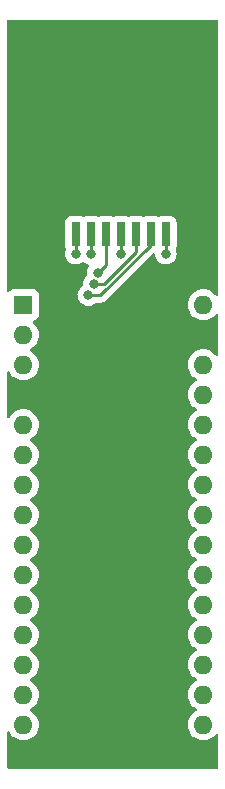
<source format=gbr>
%TF.GenerationSoftware,KiCad,Pcbnew,(6.0.11)*%
%TF.CreationDate,2023-02-11T15:14:04+01:00*%
%TF.ProjectId,gateway-nano-E01-ml01sp4,67617465-7761-4792-9d6e-616e6f2d4530,rev?*%
%TF.SameCoordinates,Original*%
%TF.FileFunction,Copper,L1,Top*%
%TF.FilePolarity,Positive*%
%FSLAX46Y46*%
G04 Gerber Fmt 4.6, Leading zero omitted, Abs format (unit mm)*
G04 Created by KiCad (PCBNEW (6.0.11)) date 2023-02-11 15:14:04*
%MOMM*%
%LPD*%
G01*
G04 APERTURE LIST*
%TA.AperFunction,SMDPad,CuDef*%
%ADD10R,0.800000X2.000000*%
%TD*%
%TA.AperFunction,SMDPad,CuDef*%
%ADD11C,1.500000*%
%TD*%
%TA.AperFunction,ComponentPad*%
%ADD12R,1.600000X1.600000*%
%TD*%
%TA.AperFunction,ComponentPad*%
%ADD13O,1.600000X1.600000*%
%TD*%
%TA.AperFunction,ViaPad*%
%ADD14C,0.800000*%
%TD*%
%TA.AperFunction,Conductor*%
%ADD15C,0.250000*%
%TD*%
G04 APERTURE END LIST*
D10*
%TO.P,U1,1,VCC*%
%TO.N,V3.3CC*%
X126999214Y-80371336D03*
%TO.P,U1,2,CE*%
%TO.N,ce-e01*%
X125729214Y-80371336D03*
%TO.P,U1,3,CSN*%
%TO.N,csn-e01*%
X124459214Y-80371336D03*
%TO.P,U1,4,SCK*%
%TO.N,sck-e01*%
X123189214Y-80371336D03*
%TO.P,U1,5,MOSI*%
%TO.N,mosi-e01*%
X121919214Y-80371336D03*
%TO.P,U1,6,MISO*%
%TO.N,miso*%
X120649214Y-80371336D03*
%TO.P,U1,7,IRQ*%
%TO.N,irq*%
X119379214Y-80371336D03*
%TO.P,U1,8,GND*%
%TO.N,GND*%
X118109214Y-80371336D03*
D11*
%TO.P,U1,9,GND*%
X115372425Y-67379410D03*
%TO.P,U1,10,GND*%
X129808815Y-67387233D03*
%TD*%
D12*
%TO.P,A1,1,D1/TX*%
%TO.N,unconnected-(A1-Pad1)*%
X114935000Y-86360000D03*
D13*
%TO.P,A1,2,D0/RX*%
%TO.N,unconnected-(A1-Pad2)*%
X114935000Y-88900000D03*
%TO.P,A1,3,~{RESET}*%
%TO.N,unconnected-(A1-Pad3)*%
X114935000Y-91440000D03*
%TO.P,A1,4,GND*%
%TO.N,GND*%
X114935000Y-93980000D03*
%TO.P,A1,5,D2*%
%TO.N,irq*%
X114935000Y-96520000D03*
%TO.P,A1,6,D3*%
%TO.N,unconnected-(A1-Pad6)*%
X114935000Y-99060000D03*
%TO.P,A1,7,D4*%
%TO.N,unconnected-(A1-Pad7)*%
X114935000Y-101600000D03*
%TO.P,A1,8,D5*%
%TO.N,unconnected-(A1-Pad8)*%
X114935000Y-104140000D03*
%TO.P,A1,9,D6*%
%TO.N,unconnected-(A1-Pad9)*%
X114935000Y-106680000D03*
%TO.P,A1,10,D7*%
%TO.N,unconnected-(A1-Pad10)*%
X114935000Y-109220000D03*
%TO.P,A1,11,D8*%
%TO.N,unconnected-(A1-Pad11)*%
X114935000Y-111760000D03*
%TO.P,A1,12,D9*%
%TO.N,ce-nano*%
X114935000Y-114300000D03*
%TO.P,A1,13,D10*%
%TO.N,csn-nano*%
X114935000Y-116840000D03*
%TO.P,A1,14,D11*%
%TO.N,mosi-nano*%
X114935000Y-119380000D03*
%TO.P,A1,15,D12*%
%TO.N,miso*%
X114935000Y-121920000D03*
%TO.P,A1,16,D13*%
%TO.N,sck-nano*%
X130175000Y-121920000D03*
%TO.P,A1,17,3V3*%
%TO.N,V3.3CC*%
X130175000Y-119380000D03*
%TO.P,A1,18,AREF*%
%TO.N,unconnected-(A1-Pad18)*%
X130175000Y-116840000D03*
%TO.P,A1,19,A0*%
%TO.N,unconnected-(A1-Pad19)*%
X130175000Y-114300000D03*
%TO.P,A1,20,A1*%
%TO.N,unconnected-(A1-Pad20)*%
X130175000Y-111760000D03*
%TO.P,A1,21,A2*%
%TO.N,unconnected-(A1-Pad21)*%
X130175000Y-109220000D03*
%TO.P,A1,22,A3*%
%TO.N,unconnected-(A1-Pad22)*%
X130175000Y-106680000D03*
%TO.P,A1,23,A4*%
%TO.N,unconnected-(A1-Pad23)*%
X130175000Y-104140000D03*
%TO.P,A1,24,A5*%
%TO.N,unconnected-(A1-Pad24)*%
X130175000Y-101600000D03*
%TO.P,A1,25,A6*%
%TO.N,unconnected-(A1-Pad25)*%
X130175000Y-99060000D03*
%TO.P,A1,26,A7*%
%TO.N,unconnected-(A1-Pad26)*%
X130175000Y-96520000D03*
%TO.P,A1,27,+5V*%
%TO.N,V5CC*%
X130175000Y-93980000D03*
%TO.P,A1,28,~{RESET}*%
%TO.N,unconnected-(A1-Pad28)*%
X130175000Y-91440000D03*
%TO.P,A1,29,GND*%
%TO.N,GND*%
X130175000Y-88900000D03*
%TO.P,A1,30,VIN*%
%TO.N,unconnected-(A1-Pad30)*%
X130175000Y-86360000D03*
%TD*%
D14*
%TO.N,GND*%
X124563500Y-118110000D03*
X124500000Y-110617000D03*
X130175000Y-83566000D03*
X124460000Y-114427000D03*
X120777000Y-121920000D03*
%TO.N,miso*%
X120649214Y-82041214D03*
%TO.N,V3.3CC*%
X126999214Y-82041214D03*
%TO.N,sck-e01*%
X123189214Y-82041214D03*
%TO.N,mosi-e01*%
X121241628Y-83658226D03*
%TO.N,csn-e01*%
X120883500Y-84611693D03*
%TO.N,ce-e01*%
X120433500Y-85544218D03*
%TO.N,irq*%
X119379214Y-82041214D03*
%TD*%
D15*
%TO.N,ce-e01*%
X120433500Y-85544218D02*
X121467178Y-85544218D01*
X125729214Y-81282182D02*
X125729214Y-80371336D01*
X121467178Y-85544218D02*
X125729214Y-81282182D01*
%TO.N,csn-e01*%
X120883500Y-84611693D02*
X121763307Y-84611693D01*
X121763307Y-84611693D02*
X124459214Y-81915786D01*
X124459214Y-81915786D02*
X124459214Y-80371336D01*
%TO.N,mosi-e01*%
X121919214Y-82980640D02*
X121919214Y-80371336D01*
X121241628Y-83658226D02*
X121919214Y-82980640D01*
%TO.N,irq*%
X119379214Y-82041214D02*
X119379214Y-80371336D01*
%TO.N,sck-e01*%
X123189214Y-82041214D02*
X123189214Y-80371336D01*
%TO.N,miso*%
X120649214Y-82041214D02*
X120649214Y-80371336D01*
%TO.N,V3.3CC*%
X126999214Y-82041214D02*
X126999214Y-80371336D01*
%TD*%
%TA.AperFunction,Conductor*%
%TO.N,GND*%
G36*
X131386621Y-62250502D02*
G01*
X131433114Y-62304158D01*
X131444500Y-62356500D01*
X131444500Y-85492113D01*
X131424498Y-85560234D01*
X131370842Y-85606727D01*
X131300568Y-85616831D01*
X131235988Y-85587337D01*
X131215287Y-85564384D01*
X131184357Y-85520211D01*
X131184355Y-85520208D01*
X131181198Y-85515700D01*
X131019300Y-85353802D01*
X131014792Y-85350645D01*
X131014789Y-85350643D01*
X130868882Y-85248478D01*
X130831749Y-85222477D01*
X130826767Y-85220154D01*
X130826762Y-85220151D01*
X130629225Y-85128039D01*
X130629224Y-85128039D01*
X130624243Y-85125716D01*
X130618935Y-85124294D01*
X130618933Y-85124293D01*
X130408402Y-85067881D01*
X130408400Y-85067881D01*
X130403087Y-85066457D01*
X130175000Y-85046502D01*
X129946913Y-85066457D01*
X129941600Y-85067881D01*
X129941598Y-85067881D01*
X129731067Y-85124293D01*
X129731065Y-85124294D01*
X129725757Y-85125716D01*
X129720776Y-85128039D01*
X129720775Y-85128039D01*
X129523238Y-85220151D01*
X129523233Y-85220154D01*
X129518251Y-85222477D01*
X129481118Y-85248478D01*
X129335211Y-85350643D01*
X129335208Y-85350645D01*
X129330700Y-85353802D01*
X129168802Y-85515700D01*
X129165645Y-85520208D01*
X129165643Y-85520211D01*
X129137619Y-85560234D01*
X129037477Y-85703251D01*
X129035154Y-85708233D01*
X129035151Y-85708238D01*
X129020143Y-85740424D01*
X128940716Y-85910757D01*
X128939294Y-85916065D01*
X128939293Y-85916067D01*
X128882881Y-86126598D01*
X128881457Y-86131913D01*
X128861502Y-86360000D01*
X128881457Y-86588087D01*
X128940716Y-86809243D01*
X128943039Y-86814224D01*
X128943039Y-86814225D01*
X129035151Y-87011762D01*
X129035154Y-87011767D01*
X129037477Y-87016749D01*
X129168802Y-87204300D01*
X129330700Y-87366198D01*
X129335208Y-87369355D01*
X129335211Y-87369357D01*
X129376542Y-87398297D01*
X129518251Y-87497523D01*
X129523233Y-87499846D01*
X129523238Y-87499849D01*
X129715716Y-87589602D01*
X129725757Y-87594284D01*
X129731065Y-87595706D01*
X129731067Y-87595707D01*
X129941598Y-87652119D01*
X129941600Y-87652119D01*
X129946913Y-87653543D01*
X130175000Y-87673498D01*
X130403087Y-87653543D01*
X130408400Y-87652119D01*
X130408402Y-87652119D01*
X130618933Y-87595707D01*
X130618935Y-87595706D01*
X130624243Y-87594284D01*
X130634284Y-87589602D01*
X130826762Y-87499849D01*
X130826767Y-87499846D01*
X130831749Y-87497523D01*
X130973458Y-87398297D01*
X131014789Y-87369357D01*
X131014792Y-87369355D01*
X131019300Y-87366198D01*
X131181198Y-87204300D01*
X131215287Y-87155616D01*
X131270744Y-87111288D01*
X131341364Y-87103979D01*
X131404724Y-87136010D01*
X131440709Y-87197211D01*
X131444500Y-87227887D01*
X131444500Y-90572113D01*
X131424498Y-90640234D01*
X131370842Y-90686727D01*
X131300568Y-90696831D01*
X131235988Y-90667337D01*
X131215287Y-90644384D01*
X131184357Y-90600211D01*
X131184355Y-90600208D01*
X131181198Y-90595700D01*
X131019300Y-90433802D01*
X131014792Y-90430645D01*
X131014789Y-90430643D01*
X130936611Y-90375902D01*
X130831749Y-90302477D01*
X130826767Y-90300154D01*
X130826762Y-90300151D01*
X130629225Y-90208039D01*
X130629224Y-90208039D01*
X130624243Y-90205716D01*
X130618935Y-90204294D01*
X130618933Y-90204293D01*
X130408402Y-90147881D01*
X130408400Y-90147881D01*
X130403087Y-90146457D01*
X130175000Y-90126502D01*
X129946913Y-90146457D01*
X129941600Y-90147881D01*
X129941598Y-90147881D01*
X129731067Y-90204293D01*
X129731065Y-90204294D01*
X129725757Y-90205716D01*
X129720776Y-90208039D01*
X129720775Y-90208039D01*
X129523238Y-90300151D01*
X129523233Y-90300154D01*
X129518251Y-90302477D01*
X129413389Y-90375902D01*
X129335211Y-90430643D01*
X129335208Y-90430645D01*
X129330700Y-90433802D01*
X129168802Y-90595700D01*
X129037477Y-90783251D01*
X129035154Y-90788233D01*
X129035151Y-90788238D01*
X128984273Y-90897348D01*
X128940716Y-90990757D01*
X128881457Y-91211913D01*
X128861502Y-91440000D01*
X128881457Y-91668087D01*
X128940716Y-91889243D01*
X128943039Y-91894224D01*
X128943039Y-91894225D01*
X129035151Y-92091762D01*
X129035154Y-92091767D01*
X129037477Y-92096749D01*
X129168802Y-92284300D01*
X129330700Y-92446198D01*
X129335208Y-92449355D01*
X129335211Y-92449357D01*
X129413389Y-92504098D01*
X129518251Y-92577523D01*
X129523233Y-92579846D01*
X129523238Y-92579849D01*
X129557457Y-92595805D01*
X129610742Y-92642722D01*
X129630203Y-92710999D01*
X129609661Y-92778959D01*
X129557457Y-92824195D01*
X129523238Y-92840151D01*
X129523233Y-92840154D01*
X129518251Y-92842477D01*
X129413389Y-92915902D01*
X129335211Y-92970643D01*
X129335208Y-92970645D01*
X129330700Y-92973802D01*
X129168802Y-93135700D01*
X129037477Y-93323251D01*
X129035154Y-93328233D01*
X129035151Y-93328238D01*
X128943039Y-93525775D01*
X128940716Y-93530757D01*
X128881457Y-93751913D01*
X128861502Y-93980000D01*
X128881457Y-94208087D01*
X128940716Y-94429243D01*
X128943039Y-94434224D01*
X128943039Y-94434225D01*
X129035151Y-94631762D01*
X129035154Y-94631767D01*
X129037477Y-94636749D01*
X129168802Y-94824300D01*
X129330700Y-94986198D01*
X129335208Y-94989355D01*
X129335211Y-94989357D01*
X129413389Y-95044098D01*
X129518251Y-95117523D01*
X129523233Y-95119846D01*
X129523238Y-95119849D01*
X129557457Y-95135805D01*
X129610742Y-95182722D01*
X129630203Y-95250999D01*
X129609661Y-95318959D01*
X129557457Y-95364195D01*
X129523238Y-95380151D01*
X129523233Y-95380154D01*
X129518251Y-95382477D01*
X129413389Y-95455902D01*
X129335211Y-95510643D01*
X129335208Y-95510645D01*
X129330700Y-95513802D01*
X129168802Y-95675700D01*
X129037477Y-95863251D01*
X129035154Y-95868233D01*
X129035151Y-95868238D01*
X128984273Y-95977348D01*
X128940716Y-96070757D01*
X128881457Y-96291913D01*
X128861502Y-96520000D01*
X128881457Y-96748087D01*
X128940716Y-96969243D01*
X128943039Y-96974224D01*
X128943039Y-96974225D01*
X129035151Y-97171762D01*
X129035154Y-97171767D01*
X129037477Y-97176749D01*
X129168802Y-97364300D01*
X129330700Y-97526198D01*
X129335208Y-97529355D01*
X129335211Y-97529357D01*
X129413389Y-97584098D01*
X129518251Y-97657523D01*
X129523233Y-97659846D01*
X129523238Y-97659849D01*
X129557457Y-97675805D01*
X129610742Y-97722722D01*
X129630203Y-97790999D01*
X129609661Y-97858959D01*
X129557457Y-97904195D01*
X129523238Y-97920151D01*
X129523233Y-97920154D01*
X129518251Y-97922477D01*
X129413389Y-97995902D01*
X129335211Y-98050643D01*
X129335208Y-98050645D01*
X129330700Y-98053802D01*
X129168802Y-98215700D01*
X129037477Y-98403251D01*
X129035154Y-98408233D01*
X129035151Y-98408238D01*
X128984273Y-98517348D01*
X128940716Y-98610757D01*
X128881457Y-98831913D01*
X128861502Y-99060000D01*
X128881457Y-99288087D01*
X128940716Y-99509243D01*
X128943039Y-99514224D01*
X128943039Y-99514225D01*
X129035151Y-99711762D01*
X129035154Y-99711767D01*
X129037477Y-99716749D01*
X129168802Y-99904300D01*
X129330700Y-100066198D01*
X129335208Y-100069355D01*
X129335211Y-100069357D01*
X129413389Y-100124098D01*
X129518251Y-100197523D01*
X129523233Y-100199846D01*
X129523238Y-100199849D01*
X129557457Y-100215805D01*
X129610742Y-100262722D01*
X129630203Y-100330999D01*
X129609661Y-100398959D01*
X129557457Y-100444195D01*
X129523238Y-100460151D01*
X129523233Y-100460154D01*
X129518251Y-100462477D01*
X129413389Y-100535902D01*
X129335211Y-100590643D01*
X129335208Y-100590645D01*
X129330700Y-100593802D01*
X129168802Y-100755700D01*
X129037477Y-100943251D01*
X129035154Y-100948233D01*
X129035151Y-100948238D01*
X128984273Y-101057348D01*
X128940716Y-101150757D01*
X128881457Y-101371913D01*
X128861502Y-101600000D01*
X128881457Y-101828087D01*
X128940716Y-102049243D01*
X128943039Y-102054224D01*
X128943039Y-102054225D01*
X129035151Y-102251762D01*
X129035154Y-102251767D01*
X129037477Y-102256749D01*
X129168802Y-102444300D01*
X129330700Y-102606198D01*
X129335208Y-102609355D01*
X129335211Y-102609357D01*
X129413389Y-102664098D01*
X129518251Y-102737523D01*
X129523233Y-102739846D01*
X129523238Y-102739849D01*
X129557457Y-102755805D01*
X129610742Y-102802722D01*
X129630203Y-102870999D01*
X129609661Y-102938959D01*
X129557457Y-102984195D01*
X129523238Y-103000151D01*
X129523233Y-103000154D01*
X129518251Y-103002477D01*
X129413389Y-103075902D01*
X129335211Y-103130643D01*
X129335208Y-103130645D01*
X129330700Y-103133802D01*
X129168802Y-103295700D01*
X129037477Y-103483251D01*
X129035154Y-103488233D01*
X129035151Y-103488238D01*
X128984273Y-103597348D01*
X128940716Y-103690757D01*
X128881457Y-103911913D01*
X128861502Y-104140000D01*
X128881457Y-104368087D01*
X128940716Y-104589243D01*
X128943039Y-104594224D01*
X128943039Y-104594225D01*
X129035151Y-104791762D01*
X129035154Y-104791767D01*
X129037477Y-104796749D01*
X129168802Y-104984300D01*
X129330700Y-105146198D01*
X129335208Y-105149355D01*
X129335211Y-105149357D01*
X129413389Y-105204098D01*
X129518251Y-105277523D01*
X129523233Y-105279846D01*
X129523238Y-105279849D01*
X129557457Y-105295805D01*
X129610742Y-105342722D01*
X129630203Y-105410999D01*
X129609661Y-105478959D01*
X129557457Y-105524195D01*
X129523238Y-105540151D01*
X129523233Y-105540154D01*
X129518251Y-105542477D01*
X129413389Y-105615902D01*
X129335211Y-105670643D01*
X129335208Y-105670645D01*
X129330700Y-105673802D01*
X129168802Y-105835700D01*
X129037477Y-106023251D01*
X129035154Y-106028233D01*
X129035151Y-106028238D01*
X128984273Y-106137348D01*
X128940716Y-106230757D01*
X128881457Y-106451913D01*
X128861502Y-106680000D01*
X128881457Y-106908087D01*
X128940716Y-107129243D01*
X128943039Y-107134224D01*
X128943039Y-107134225D01*
X129035151Y-107331762D01*
X129035154Y-107331767D01*
X129037477Y-107336749D01*
X129168802Y-107524300D01*
X129330700Y-107686198D01*
X129335208Y-107689355D01*
X129335211Y-107689357D01*
X129413389Y-107744098D01*
X129518251Y-107817523D01*
X129523233Y-107819846D01*
X129523238Y-107819849D01*
X129557457Y-107835805D01*
X129610742Y-107882722D01*
X129630203Y-107950999D01*
X129609661Y-108018959D01*
X129557457Y-108064195D01*
X129523238Y-108080151D01*
X129523233Y-108080154D01*
X129518251Y-108082477D01*
X129413389Y-108155902D01*
X129335211Y-108210643D01*
X129335208Y-108210645D01*
X129330700Y-108213802D01*
X129168802Y-108375700D01*
X129037477Y-108563251D01*
X129035154Y-108568233D01*
X129035151Y-108568238D01*
X128984273Y-108677348D01*
X128940716Y-108770757D01*
X128881457Y-108991913D01*
X128861502Y-109220000D01*
X128881457Y-109448087D01*
X128940716Y-109669243D01*
X128943039Y-109674224D01*
X128943039Y-109674225D01*
X129035151Y-109871762D01*
X129035154Y-109871767D01*
X129037477Y-109876749D01*
X129168802Y-110064300D01*
X129330700Y-110226198D01*
X129335208Y-110229355D01*
X129335211Y-110229357D01*
X129413389Y-110284098D01*
X129518251Y-110357523D01*
X129523233Y-110359846D01*
X129523238Y-110359849D01*
X129557457Y-110375805D01*
X129610742Y-110422722D01*
X129630203Y-110490999D01*
X129609661Y-110558959D01*
X129557457Y-110604195D01*
X129523238Y-110620151D01*
X129523233Y-110620154D01*
X129518251Y-110622477D01*
X129413389Y-110695902D01*
X129335211Y-110750643D01*
X129335208Y-110750645D01*
X129330700Y-110753802D01*
X129168802Y-110915700D01*
X129037477Y-111103251D01*
X129035154Y-111108233D01*
X129035151Y-111108238D01*
X128984273Y-111217348D01*
X128940716Y-111310757D01*
X128881457Y-111531913D01*
X128861502Y-111760000D01*
X128881457Y-111988087D01*
X128940716Y-112209243D01*
X128943039Y-112214224D01*
X128943039Y-112214225D01*
X129035151Y-112411762D01*
X129035154Y-112411767D01*
X129037477Y-112416749D01*
X129168802Y-112604300D01*
X129330700Y-112766198D01*
X129335208Y-112769355D01*
X129335211Y-112769357D01*
X129413389Y-112824098D01*
X129518251Y-112897523D01*
X129523233Y-112899846D01*
X129523238Y-112899849D01*
X129557457Y-112915805D01*
X129610742Y-112962722D01*
X129630203Y-113030999D01*
X129609661Y-113098959D01*
X129557457Y-113144195D01*
X129523238Y-113160151D01*
X129523233Y-113160154D01*
X129518251Y-113162477D01*
X129413389Y-113235902D01*
X129335211Y-113290643D01*
X129335208Y-113290645D01*
X129330700Y-113293802D01*
X129168802Y-113455700D01*
X129037477Y-113643251D01*
X129035154Y-113648233D01*
X129035151Y-113648238D01*
X128984273Y-113757348D01*
X128940716Y-113850757D01*
X128881457Y-114071913D01*
X128861502Y-114300000D01*
X128881457Y-114528087D01*
X128940716Y-114749243D01*
X128943039Y-114754224D01*
X128943039Y-114754225D01*
X129035151Y-114951762D01*
X129035154Y-114951767D01*
X129037477Y-114956749D01*
X129168802Y-115144300D01*
X129330700Y-115306198D01*
X129335208Y-115309355D01*
X129335211Y-115309357D01*
X129413389Y-115364098D01*
X129518251Y-115437523D01*
X129523233Y-115439846D01*
X129523238Y-115439849D01*
X129557457Y-115455805D01*
X129610742Y-115502722D01*
X129630203Y-115570999D01*
X129609661Y-115638959D01*
X129557457Y-115684195D01*
X129523238Y-115700151D01*
X129523233Y-115700154D01*
X129518251Y-115702477D01*
X129413389Y-115775902D01*
X129335211Y-115830643D01*
X129335208Y-115830645D01*
X129330700Y-115833802D01*
X129168802Y-115995700D01*
X129037477Y-116183251D01*
X129035154Y-116188233D01*
X129035151Y-116188238D01*
X128984273Y-116297348D01*
X128940716Y-116390757D01*
X128881457Y-116611913D01*
X128861502Y-116840000D01*
X128881457Y-117068087D01*
X128940716Y-117289243D01*
X128943039Y-117294224D01*
X128943039Y-117294225D01*
X129035151Y-117491762D01*
X129035154Y-117491767D01*
X129037477Y-117496749D01*
X129168802Y-117684300D01*
X129330700Y-117846198D01*
X129335208Y-117849355D01*
X129335211Y-117849357D01*
X129413389Y-117904098D01*
X129518251Y-117977523D01*
X129523233Y-117979846D01*
X129523238Y-117979849D01*
X129557457Y-117995805D01*
X129610742Y-118042722D01*
X129630203Y-118110999D01*
X129609661Y-118178959D01*
X129557457Y-118224195D01*
X129523238Y-118240151D01*
X129523233Y-118240154D01*
X129518251Y-118242477D01*
X129413389Y-118315902D01*
X129335211Y-118370643D01*
X129335208Y-118370645D01*
X129330700Y-118373802D01*
X129168802Y-118535700D01*
X129037477Y-118723251D01*
X129035154Y-118728233D01*
X129035151Y-118728238D01*
X128984273Y-118837348D01*
X128940716Y-118930757D01*
X128881457Y-119151913D01*
X128861502Y-119380000D01*
X128881457Y-119608087D01*
X128940716Y-119829243D01*
X128943039Y-119834224D01*
X128943039Y-119834225D01*
X129035151Y-120031762D01*
X129035154Y-120031767D01*
X129037477Y-120036749D01*
X129168802Y-120224300D01*
X129330700Y-120386198D01*
X129335208Y-120389355D01*
X129335211Y-120389357D01*
X129413389Y-120444098D01*
X129518251Y-120517523D01*
X129523233Y-120519846D01*
X129523238Y-120519849D01*
X129557457Y-120535805D01*
X129610742Y-120582722D01*
X129630203Y-120650999D01*
X129609661Y-120718959D01*
X129557457Y-120764195D01*
X129523238Y-120780151D01*
X129523233Y-120780154D01*
X129518251Y-120782477D01*
X129413389Y-120855902D01*
X129335211Y-120910643D01*
X129335208Y-120910645D01*
X129330700Y-120913802D01*
X129168802Y-121075700D01*
X129037477Y-121263251D01*
X129035154Y-121268233D01*
X129035151Y-121268238D01*
X128984273Y-121377348D01*
X128940716Y-121470757D01*
X128881457Y-121691913D01*
X128861502Y-121920000D01*
X128881457Y-122148087D01*
X128940716Y-122369243D01*
X128943039Y-122374224D01*
X128943039Y-122374225D01*
X129035151Y-122571762D01*
X129035154Y-122571767D01*
X129037477Y-122576749D01*
X129168802Y-122764300D01*
X129330700Y-122926198D01*
X129335208Y-122929355D01*
X129335211Y-122929357D01*
X129413389Y-122984098D01*
X129518251Y-123057523D01*
X129523233Y-123059846D01*
X129523238Y-123059849D01*
X129720775Y-123151961D01*
X129725757Y-123154284D01*
X129731065Y-123155706D01*
X129731067Y-123155707D01*
X129941598Y-123212119D01*
X129941600Y-123212119D01*
X129946913Y-123213543D01*
X130175000Y-123233498D01*
X130403087Y-123213543D01*
X130408400Y-123212119D01*
X130408402Y-123212119D01*
X130618933Y-123155707D01*
X130618935Y-123155706D01*
X130624243Y-123154284D01*
X130629225Y-123151961D01*
X130826762Y-123059849D01*
X130826767Y-123059846D01*
X130831749Y-123057523D01*
X130936611Y-122984098D01*
X131014789Y-122929357D01*
X131014792Y-122929355D01*
X131019300Y-122926198D01*
X131181198Y-122764300D01*
X131215287Y-122715616D01*
X131270744Y-122671288D01*
X131341364Y-122663979D01*
X131404724Y-122696010D01*
X131440709Y-122757211D01*
X131444500Y-122787887D01*
X131444500Y-125516500D01*
X131424498Y-125584621D01*
X131370842Y-125631114D01*
X131318500Y-125642500D01*
X113664000Y-125642500D01*
X113595879Y-125622498D01*
X113549386Y-125568842D01*
X113538000Y-125516500D01*
X113538000Y-122588648D01*
X113558002Y-122520527D01*
X113611658Y-122474034D01*
X113681932Y-122463930D01*
X113746512Y-122493424D01*
X113778195Y-122535399D01*
X113795149Y-122571758D01*
X113795153Y-122571764D01*
X113797477Y-122576749D01*
X113928802Y-122764300D01*
X114090700Y-122926198D01*
X114095208Y-122929355D01*
X114095211Y-122929357D01*
X114173389Y-122984098D01*
X114278251Y-123057523D01*
X114283233Y-123059846D01*
X114283238Y-123059849D01*
X114480775Y-123151961D01*
X114485757Y-123154284D01*
X114491065Y-123155706D01*
X114491067Y-123155707D01*
X114701598Y-123212119D01*
X114701600Y-123212119D01*
X114706913Y-123213543D01*
X114935000Y-123233498D01*
X115163087Y-123213543D01*
X115168400Y-123212119D01*
X115168402Y-123212119D01*
X115378933Y-123155707D01*
X115378935Y-123155706D01*
X115384243Y-123154284D01*
X115389225Y-123151961D01*
X115586762Y-123059849D01*
X115586767Y-123059846D01*
X115591749Y-123057523D01*
X115696611Y-122984098D01*
X115774789Y-122929357D01*
X115774792Y-122929355D01*
X115779300Y-122926198D01*
X115941198Y-122764300D01*
X116072523Y-122576749D01*
X116074846Y-122571767D01*
X116074849Y-122571762D01*
X116166961Y-122374225D01*
X116166961Y-122374224D01*
X116169284Y-122369243D01*
X116228543Y-122148087D01*
X116248498Y-121920000D01*
X116228543Y-121691913D01*
X116169284Y-121470757D01*
X116125727Y-121377348D01*
X116074849Y-121268238D01*
X116074846Y-121268233D01*
X116072523Y-121263251D01*
X115941198Y-121075700D01*
X115779300Y-120913802D01*
X115774792Y-120910645D01*
X115774789Y-120910643D01*
X115696611Y-120855902D01*
X115591749Y-120782477D01*
X115586767Y-120780154D01*
X115586762Y-120780151D01*
X115552543Y-120764195D01*
X115499258Y-120717278D01*
X115479797Y-120649001D01*
X115500339Y-120581041D01*
X115552543Y-120535805D01*
X115586762Y-120519849D01*
X115586767Y-120519846D01*
X115591749Y-120517523D01*
X115696611Y-120444098D01*
X115774789Y-120389357D01*
X115774792Y-120389355D01*
X115779300Y-120386198D01*
X115941198Y-120224300D01*
X116072523Y-120036749D01*
X116074846Y-120031767D01*
X116074849Y-120031762D01*
X116166961Y-119834225D01*
X116166961Y-119834224D01*
X116169284Y-119829243D01*
X116228543Y-119608087D01*
X116248498Y-119380000D01*
X116228543Y-119151913D01*
X116169284Y-118930757D01*
X116125727Y-118837348D01*
X116074849Y-118728238D01*
X116074846Y-118728233D01*
X116072523Y-118723251D01*
X115941198Y-118535700D01*
X115779300Y-118373802D01*
X115774792Y-118370645D01*
X115774789Y-118370643D01*
X115696611Y-118315902D01*
X115591749Y-118242477D01*
X115586767Y-118240154D01*
X115586762Y-118240151D01*
X115552543Y-118224195D01*
X115499258Y-118177278D01*
X115479797Y-118109001D01*
X115500339Y-118041041D01*
X115552543Y-117995805D01*
X115586762Y-117979849D01*
X115586767Y-117979846D01*
X115591749Y-117977523D01*
X115696611Y-117904098D01*
X115774789Y-117849357D01*
X115774792Y-117849355D01*
X115779300Y-117846198D01*
X115941198Y-117684300D01*
X116072523Y-117496749D01*
X116074846Y-117491767D01*
X116074849Y-117491762D01*
X116166961Y-117294225D01*
X116166961Y-117294224D01*
X116169284Y-117289243D01*
X116228543Y-117068087D01*
X116248498Y-116840000D01*
X116228543Y-116611913D01*
X116169284Y-116390757D01*
X116125727Y-116297348D01*
X116074849Y-116188238D01*
X116074846Y-116188233D01*
X116072523Y-116183251D01*
X115941198Y-115995700D01*
X115779300Y-115833802D01*
X115774792Y-115830645D01*
X115774789Y-115830643D01*
X115696611Y-115775902D01*
X115591749Y-115702477D01*
X115586767Y-115700154D01*
X115586762Y-115700151D01*
X115552543Y-115684195D01*
X115499258Y-115637278D01*
X115479797Y-115569001D01*
X115500339Y-115501041D01*
X115552543Y-115455805D01*
X115586762Y-115439849D01*
X115586767Y-115439846D01*
X115591749Y-115437523D01*
X115696611Y-115364098D01*
X115774789Y-115309357D01*
X115774792Y-115309355D01*
X115779300Y-115306198D01*
X115941198Y-115144300D01*
X116072523Y-114956749D01*
X116074846Y-114951767D01*
X116074849Y-114951762D01*
X116166961Y-114754225D01*
X116166961Y-114754224D01*
X116169284Y-114749243D01*
X116228543Y-114528087D01*
X116248498Y-114300000D01*
X116228543Y-114071913D01*
X116169284Y-113850757D01*
X116125727Y-113757348D01*
X116074849Y-113648238D01*
X116074846Y-113648233D01*
X116072523Y-113643251D01*
X115941198Y-113455700D01*
X115779300Y-113293802D01*
X115774792Y-113290645D01*
X115774789Y-113290643D01*
X115696611Y-113235902D01*
X115591749Y-113162477D01*
X115586767Y-113160154D01*
X115586762Y-113160151D01*
X115552543Y-113144195D01*
X115499258Y-113097278D01*
X115479797Y-113029001D01*
X115500339Y-112961041D01*
X115552543Y-112915805D01*
X115586762Y-112899849D01*
X115586767Y-112899846D01*
X115591749Y-112897523D01*
X115696611Y-112824098D01*
X115774789Y-112769357D01*
X115774792Y-112769355D01*
X115779300Y-112766198D01*
X115941198Y-112604300D01*
X116072523Y-112416749D01*
X116074846Y-112411767D01*
X116074849Y-112411762D01*
X116166961Y-112214225D01*
X116166961Y-112214224D01*
X116169284Y-112209243D01*
X116228543Y-111988087D01*
X116248498Y-111760000D01*
X116228543Y-111531913D01*
X116169284Y-111310757D01*
X116125727Y-111217348D01*
X116074849Y-111108238D01*
X116074846Y-111108233D01*
X116072523Y-111103251D01*
X115941198Y-110915700D01*
X115779300Y-110753802D01*
X115774792Y-110750645D01*
X115774789Y-110750643D01*
X115696611Y-110695902D01*
X115591749Y-110622477D01*
X115586767Y-110620154D01*
X115586762Y-110620151D01*
X115552543Y-110604195D01*
X115499258Y-110557278D01*
X115479797Y-110489001D01*
X115500339Y-110421041D01*
X115552543Y-110375805D01*
X115586762Y-110359849D01*
X115586767Y-110359846D01*
X115591749Y-110357523D01*
X115696611Y-110284098D01*
X115774789Y-110229357D01*
X115774792Y-110229355D01*
X115779300Y-110226198D01*
X115941198Y-110064300D01*
X116072523Y-109876749D01*
X116074846Y-109871767D01*
X116074849Y-109871762D01*
X116166961Y-109674225D01*
X116166961Y-109674224D01*
X116169284Y-109669243D01*
X116228543Y-109448087D01*
X116248498Y-109220000D01*
X116228543Y-108991913D01*
X116169284Y-108770757D01*
X116125727Y-108677348D01*
X116074849Y-108568238D01*
X116074846Y-108568233D01*
X116072523Y-108563251D01*
X115941198Y-108375700D01*
X115779300Y-108213802D01*
X115774792Y-108210645D01*
X115774789Y-108210643D01*
X115696611Y-108155902D01*
X115591749Y-108082477D01*
X115586767Y-108080154D01*
X115586762Y-108080151D01*
X115552543Y-108064195D01*
X115499258Y-108017278D01*
X115479797Y-107949001D01*
X115500339Y-107881041D01*
X115552543Y-107835805D01*
X115586762Y-107819849D01*
X115586767Y-107819846D01*
X115591749Y-107817523D01*
X115696611Y-107744098D01*
X115774789Y-107689357D01*
X115774792Y-107689355D01*
X115779300Y-107686198D01*
X115941198Y-107524300D01*
X116072523Y-107336749D01*
X116074846Y-107331767D01*
X116074849Y-107331762D01*
X116166961Y-107134225D01*
X116166961Y-107134224D01*
X116169284Y-107129243D01*
X116228543Y-106908087D01*
X116248498Y-106680000D01*
X116228543Y-106451913D01*
X116169284Y-106230757D01*
X116125727Y-106137348D01*
X116074849Y-106028238D01*
X116074846Y-106028233D01*
X116072523Y-106023251D01*
X115941198Y-105835700D01*
X115779300Y-105673802D01*
X115774792Y-105670645D01*
X115774789Y-105670643D01*
X115696611Y-105615902D01*
X115591749Y-105542477D01*
X115586767Y-105540154D01*
X115586762Y-105540151D01*
X115552543Y-105524195D01*
X115499258Y-105477278D01*
X115479797Y-105409001D01*
X115500339Y-105341041D01*
X115552543Y-105295805D01*
X115586762Y-105279849D01*
X115586767Y-105279846D01*
X115591749Y-105277523D01*
X115696611Y-105204098D01*
X115774789Y-105149357D01*
X115774792Y-105149355D01*
X115779300Y-105146198D01*
X115941198Y-104984300D01*
X116072523Y-104796749D01*
X116074846Y-104791767D01*
X116074849Y-104791762D01*
X116166961Y-104594225D01*
X116166961Y-104594224D01*
X116169284Y-104589243D01*
X116228543Y-104368087D01*
X116248498Y-104140000D01*
X116228543Y-103911913D01*
X116169284Y-103690757D01*
X116125727Y-103597348D01*
X116074849Y-103488238D01*
X116074846Y-103488233D01*
X116072523Y-103483251D01*
X115941198Y-103295700D01*
X115779300Y-103133802D01*
X115774792Y-103130645D01*
X115774789Y-103130643D01*
X115696611Y-103075902D01*
X115591749Y-103002477D01*
X115586767Y-103000154D01*
X115586762Y-103000151D01*
X115552543Y-102984195D01*
X115499258Y-102937278D01*
X115479797Y-102869001D01*
X115500339Y-102801041D01*
X115552543Y-102755805D01*
X115586762Y-102739849D01*
X115586767Y-102739846D01*
X115591749Y-102737523D01*
X115696611Y-102664098D01*
X115774789Y-102609357D01*
X115774792Y-102609355D01*
X115779300Y-102606198D01*
X115941198Y-102444300D01*
X116072523Y-102256749D01*
X116074846Y-102251767D01*
X116074849Y-102251762D01*
X116166961Y-102054225D01*
X116166961Y-102054224D01*
X116169284Y-102049243D01*
X116228543Y-101828087D01*
X116248498Y-101600000D01*
X116228543Y-101371913D01*
X116169284Y-101150757D01*
X116125727Y-101057348D01*
X116074849Y-100948238D01*
X116074846Y-100948233D01*
X116072523Y-100943251D01*
X115941198Y-100755700D01*
X115779300Y-100593802D01*
X115774792Y-100590645D01*
X115774789Y-100590643D01*
X115696611Y-100535902D01*
X115591749Y-100462477D01*
X115586767Y-100460154D01*
X115586762Y-100460151D01*
X115552543Y-100444195D01*
X115499258Y-100397278D01*
X115479797Y-100329001D01*
X115500339Y-100261041D01*
X115552543Y-100215805D01*
X115586762Y-100199849D01*
X115586767Y-100199846D01*
X115591749Y-100197523D01*
X115696611Y-100124098D01*
X115774789Y-100069357D01*
X115774792Y-100069355D01*
X115779300Y-100066198D01*
X115941198Y-99904300D01*
X116072523Y-99716749D01*
X116074846Y-99711767D01*
X116074849Y-99711762D01*
X116166961Y-99514225D01*
X116166961Y-99514224D01*
X116169284Y-99509243D01*
X116228543Y-99288087D01*
X116248498Y-99060000D01*
X116228543Y-98831913D01*
X116169284Y-98610757D01*
X116125727Y-98517348D01*
X116074849Y-98408238D01*
X116074846Y-98408233D01*
X116072523Y-98403251D01*
X115941198Y-98215700D01*
X115779300Y-98053802D01*
X115774792Y-98050645D01*
X115774789Y-98050643D01*
X115696611Y-97995902D01*
X115591749Y-97922477D01*
X115586767Y-97920154D01*
X115586762Y-97920151D01*
X115552543Y-97904195D01*
X115499258Y-97857278D01*
X115479797Y-97789001D01*
X115500339Y-97721041D01*
X115552543Y-97675805D01*
X115586762Y-97659849D01*
X115586767Y-97659846D01*
X115591749Y-97657523D01*
X115696611Y-97584098D01*
X115774789Y-97529357D01*
X115774792Y-97529355D01*
X115779300Y-97526198D01*
X115941198Y-97364300D01*
X116072523Y-97176749D01*
X116074846Y-97171767D01*
X116074849Y-97171762D01*
X116166961Y-96974225D01*
X116166961Y-96974224D01*
X116169284Y-96969243D01*
X116228543Y-96748087D01*
X116248498Y-96520000D01*
X116228543Y-96291913D01*
X116169284Y-96070757D01*
X116125727Y-95977348D01*
X116074849Y-95868238D01*
X116074846Y-95868233D01*
X116072523Y-95863251D01*
X115941198Y-95675700D01*
X115779300Y-95513802D01*
X115774792Y-95510645D01*
X115774789Y-95510643D01*
X115696611Y-95455902D01*
X115591749Y-95382477D01*
X115586767Y-95380154D01*
X115586762Y-95380151D01*
X115389225Y-95288039D01*
X115389224Y-95288039D01*
X115384243Y-95285716D01*
X115378935Y-95284294D01*
X115378933Y-95284293D01*
X115168402Y-95227881D01*
X115168400Y-95227881D01*
X115163087Y-95226457D01*
X114935000Y-95206502D01*
X114706913Y-95226457D01*
X114701600Y-95227881D01*
X114701598Y-95227881D01*
X114491067Y-95284293D01*
X114491065Y-95284294D01*
X114485757Y-95285716D01*
X114480776Y-95288039D01*
X114480775Y-95288039D01*
X114283238Y-95380151D01*
X114283233Y-95380154D01*
X114278251Y-95382477D01*
X114173389Y-95455902D01*
X114095211Y-95510643D01*
X114095208Y-95510645D01*
X114090700Y-95513802D01*
X113928802Y-95675700D01*
X113797477Y-95863251D01*
X113795153Y-95868236D01*
X113795149Y-95868242D01*
X113778195Y-95904601D01*
X113731278Y-95957887D01*
X113663001Y-95977348D01*
X113595041Y-95956807D01*
X113548975Y-95902784D01*
X113538000Y-95851352D01*
X113538000Y-92108648D01*
X113558002Y-92040527D01*
X113611658Y-91994034D01*
X113681932Y-91983930D01*
X113746512Y-92013424D01*
X113778195Y-92055399D01*
X113795149Y-92091758D01*
X113795153Y-92091764D01*
X113797477Y-92096749D01*
X113928802Y-92284300D01*
X114090700Y-92446198D01*
X114095208Y-92449355D01*
X114095211Y-92449357D01*
X114173389Y-92504098D01*
X114278251Y-92577523D01*
X114283233Y-92579846D01*
X114283238Y-92579849D01*
X114480775Y-92671961D01*
X114485757Y-92674284D01*
X114491065Y-92675706D01*
X114491067Y-92675707D01*
X114701598Y-92732119D01*
X114701600Y-92732119D01*
X114706913Y-92733543D01*
X114935000Y-92753498D01*
X115163087Y-92733543D01*
X115168400Y-92732119D01*
X115168402Y-92732119D01*
X115378933Y-92675707D01*
X115378935Y-92675706D01*
X115384243Y-92674284D01*
X115389225Y-92671961D01*
X115586762Y-92579849D01*
X115586767Y-92579846D01*
X115591749Y-92577523D01*
X115696611Y-92504098D01*
X115774789Y-92449357D01*
X115774792Y-92449355D01*
X115779300Y-92446198D01*
X115941198Y-92284300D01*
X116072523Y-92096749D01*
X116074846Y-92091767D01*
X116074849Y-92091762D01*
X116166961Y-91894225D01*
X116166961Y-91894224D01*
X116169284Y-91889243D01*
X116228543Y-91668087D01*
X116248498Y-91440000D01*
X116228543Y-91211913D01*
X116169284Y-90990757D01*
X116125727Y-90897348D01*
X116074849Y-90788238D01*
X116074846Y-90788233D01*
X116072523Y-90783251D01*
X115941198Y-90595700D01*
X115779300Y-90433802D01*
X115774792Y-90430645D01*
X115774789Y-90430643D01*
X115696611Y-90375902D01*
X115591749Y-90302477D01*
X115586767Y-90300154D01*
X115586762Y-90300151D01*
X115552543Y-90284195D01*
X115499258Y-90237278D01*
X115479797Y-90169001D01*
X115500339Y-90101041D01*
X115552543Y-90055805D01*
X115586762Y-90039849D01*
X115586767Y-90039846D01*
X115591749Y-90037523D01*
X115696611Y-89964098D01*
X115774789Y-89909357D01*
X115774792Y-89909355D01*
X115779300Y-89906198D01*
X115941198Y-89744300D01*
X116072523Y-89556749D01*
X116074846Y-89551767D01*
X116074849Y-89551762D01*
X116166961Y-89354225D01*
X116166961Y-89354224D01*
X116169284Y-89349243D01*
X116228543Y-89128087D01*
X116248498Y-88900000D01*
X116228543Y-88671913D01*
X116169284Y-88450757D01*
X116125727Y-88357348D01*
X116074849Y-88248238D01*
X116074846Y-88248233D01*
X116072523Y-88243251D01*
X115941198Y-88055700D01*
X115779300Y-87893802D01*
X115774789Y-87890643D01*
X115770576Y-87887108D01*
X115771527Y-87885974D01*
X115731529Y-87835929D01*
X115724224Y-87765310D01*
X115756258Y-87701951D01*
X115817462Y-87665970D01*
X115834517Y-87662918D01*
X115845316Y-87661745D01*
X115981705Y-87610615D01*
X116098261Y-87523261D01*
X116185615Y-87406705D01*
X116236745Y-87270316D01*
X116243500Y-87208134D01*
X116243500Y-85511866D01*
X116236745Y-85449684D01*
X116185615Y-85313295D01*
X116098261Y-85196739D01*
X115981705Y-85109385D01*
X115845316Y-85058255D01*
X115783134Y-85051500D01*
X114086866Y-85051500D01*
X114024684Y-85058255D01*
X113888295Y-85109385D01*
X113771739Y-85196739D01*
X113766358Y-85203919D01*
X113764826Y-85205963D01*
X113762796Y-85207481D01*
X113760008Y-85210269D01*
X113759606Y-85209867D01*
X113707967Y-85248478D01*
X113637148Y-85253504D01*
X113574855Y-85219444D01*
X113540865Y-85157113D01*
X113538000Y-85130398D01*
X113538000Y-82041214D01*
X118465710Y-82041214D01*
X118485672Y-82231142D01*
X118544687Y-82412770D01*
X118640174Y-82578158D01*
X118767961Y-82720080D01*
X118922462Y-82832332D01*
X118928490Y-82835016D01*
X118928492Y-82835017D01*
X119090895Y-82907323D01*
X119096926Y-82910008D01*
X119190327Y-82929861D01*
X119277270Y-82948342D01*
X119277275Y-82948342D01*
X119283727Y-82949714D01*
X119474701Y-82949714D01*
X119481153Y-82948342D01*
X119481158Y-82948342D01*
X119568101Y-82929861D01*
X119661502Y-82910008D01*
X119667533Y-82907323D01*
X119829936Y-82835017D01*
X119829938Y-82835016D01*
X119835966Y-82832332D01*
X119940154Y-82756635D01*
X120007020Y-82732777D01*
X120076172Y-82748857D01*
X120088270Y-82756632D01*
X120192462Y-82832332D01*
X120198490Y-82835016D01*
X120198492Y-82835017D01*
X120360895Y-82907323D01*
X120366926Y-82910008D01*
X120373381Y-82911380D01*
X120373390Y-82911383D01*
X120428363Y-82923068D01*
X120490836Y-82956796D01*
X120525157Y-83018946D01*
X120520429Y-83089785D01*
X120505113Y-83118478D01*
X120502588Y-83121282D01*
X120407101Y-83286670D01*
X120348086Y-83468298D01*
X120328124Y-83658226D01*
X120328814Y-83664790D01*
X120343370Y-83803281D01*
X120330598Y-83873120D01*
X120292121Y-83918388D01*
X120272247Y-83932827D01*
X120144460Y-84074749D01*
X120048973Y-84240137D01*
X119989958Y-84421765D01*
X119969996Y-84611693D01*
X119970686Y-84618258D01*
X119970686Y-84618259D01*
X119976679Y-84675279D01*
X119963907Y-84745117D01*
X119925430Y-84790385D01*
X119822247Y-84865352D01*
X119694460Y-85007274D01*
X119598973Y-85172662D01*
X119539958Y-85354290D01*
X119519996Y-85544218D01*
X119520686Y-85550783D01*
X119522116Y-85564384D01*
X119539958Y-85734146D01*
X119598973Y-85915774D01*
X119694460Y-86081162D01*
X119698878Y-86086069D01*
X119698879Y-86086070D01*
X119780952Y-86177221D01*
X119822247Y-86223084D01*
X119976748Y-86335336D01*
X119982776Y-86338020D01*
X119982778Y-86338021D01*
X120145181Y-86410327D01*
X120151212Y-86413012D01*
X120244613Y-86432865D01*
X120331556Y-86451346D01*
X120331561Y-86451346D01*
X120338013Y-86452718D01*
X120528987Y-86452718D01*
X120535439Y-86451346D01*
X120535444Y-86451346D01*
X120622387Y-86432865D01*
X120715788Y-86413012D01*
X120721819Y-86410327D01*
X120884222Y-86338021D01*
X120884224Y-86338020D01*
X120890252Y-86335336D01*
X121044753Y-86223084D01*
X121049168Y-86218181D01*
X121054080Y-86213758D01*
X121055205Y-86215007D01*
X121108514Y-86182167D01*
X121141700Y-86177718D01*
X121388411Y-86177718D01*
X121399594Y-86178245D01*
X121407087Y-86179920D01*
X121415013Y-86179671D01*
X121415014Y-86179671D01*
X121475164Y-86177780D01*
X121479123Y-86177718D01*
X121507034Y-86177718D01*
X121510969Y-86177221D01*
X121511034Y-86177213D01*
X121522871Y-86176280D01*
X121555129Y-86175266D01*
X121559148Y-86175140D01*
X121567067Y-86174891D01*
X121586521Y-86169239D01*
X121605878Y-86165231D01*
X121618108Y-86163686D01*
X121618109Y-86163686D01*
X121625975Y-86162692D01*
X121633346Y-86159773D01*
X121633348Y-86159773D01*
X121667090Y-86146414D01*
X121678320Y-86142569D01*
X121713161Y-86132447D01*
X121713162Y-86132447D01*
X121720771Y-86130236D01*
X121727590Y-86126203D01*
X121727595Y-86126201D01*
X121738206Y-86119925D01*
X121755954Y-86111230D01*
X121774795Y-86103770D01*
X121810565Y-86077782D01*
X121820485Y-86071266D01*
X121851713Y-86052798D01*
X121851716Y-86052796D01*
X121858540Y-86048760D01*
X121872861Y-86034439D01*
X121887895Y-86021598D01*
X121897872Y-86014349D01*
X121904285Y-86009690D01*
X121932476Y-85975613D01*
X121940466Y-85966834D01*
X125878030Y-82029271D01*
X125940342Y-81995245D01*
X126011158Y-82000310D01*
X126067993Y-82042857D01*
X126092435Y-82105195D01*
X126105672Y-82231142D01*
X126164687Y-82412770D01*
X126260174Y-82578158D01*
X126387961Y-82720080D01*
X126542462Y-82832332D01*
X126548490Y-82835016D01*
X126548492Y-82835017D01*
X126710895Y-82907323D01*
X126716926Y-82910008D01*
X126810327Y-82929861D01*
X126897270Y-82948342D01*
X126897275Y-82948342D01*
X126903727Y-82949714D01*
X127094701Y-82949714D01*
X127101153Y-82948342D01*
X127101158Y-82948342D01*
X127188101Y-82929861D01*
X127281502Y-82910008D01*
X127287533Y-82907323D01*
X127449936Y-82835017D01*
X127449938Y-82835016D01*
X127455966Y-82832332D01*
X127610467Y-82720080D01*
X127738254Y-82578158D01*
X127833741Y-82412770D01*
X127892756Y-82231142D01*
X127912718Y-82041214D01*
X127892756Y-81851286D01*
X127845477Y-81705776D01*
X127843450Y-81634808D01*
X127850087Y-81618138D01*
X127849829Y-81618041D01*
X127898185Y-81489051D01*
X127900959Y-81481652D01*
X127907714Y-81419470D01*
X127907714Y-79323202D01*
X127900959Y-79261020D01*
X127849829Y-79124631D01*
X127762475Y-79008075D01*
X127645919Y-78920721D01*
X127509530Y-78869591D01*
X127447348Y-78862836D01*
X126551080Y-78862836D01*
X126488898Y-78869591D01*
X126408444Y-78899752D01*
X126337637Y-78904935D01*
X126319984Y-78899752D01*
X126239530Y-78869591D01*
X126177348Y-78862836D01*
X125281080Y-78862836D01*
X125218898Y-78869591D01*
X125138444Y-78899752D01*
X125067637Y-78904935D01*
X125049984Y-78899752D01*
X124969530Y-78869591D01*
X124907348Y-78862836D01*
X124011080Y-78862836D01*
X123948898Y-78869591D01*
X123868444Y-78899752D01*
X123797637Y-78904935D01*
X123779984Y-78899752D01*
X123699530Y-78869591D01*
X123637348Y-78862836D01*
X122741080Y-78862836D01*
X122678898Y-78869591D01*
X122598444Y-78899752D01*
X122527637Y-78904935D01*
X122509984Y-78899752D01*
X122429530Y-78869591D01*
X122367348Y-78862836D01*
X121471080Y-78862836D01*
X121408898Y-78869591D01*
X121328444Y-78899752D01*
X121257637Y-78904935D01*
X121239984Y-78899752D01*
X121159530Y-78869591D01*
X121097348Y-78862836D01*
X120201080Y-78862836D01*
X120138898Y-78869591D01*
X120058444Y-78899752D01*
X119987637Y-78904935D01*
X119969984Y-78899752D01*
X119889530Y-78869591D01*
X119827348Y-78862836D01*
X118931080Y-78862836D01*
X118868898Y-78869591D01*
X118732509Y-78920721D01*
X118615953Y-79008075D01*
X118528599Y-79124631D01*
X118477469Y-79261020D01*
X118470714Y-79323202D01*
X118470714Y-81419470D01*
X118477469Y-81481652D01*
X118480243Y-81489051D01*
X118528599Y-81618041D01*
X118526383Y-81618872D01*
X118538806Y-81675699D01*
X118532951Y-81705776D01*
X118485672Y-81851286D01*
X118465710Y-82041214D01*
X113538000Y-82041214D01*
X113538000Y-62356500D01*
X113558002Y-62288379D01*
X113611658Y-62241886D01*
X113664000Y-62230500D01*
X131318500Y-62230500D01*
X131386621Y-62250502D01*
G37*
%TD.AperFunction*%
%TD*%
M02*

</source>
